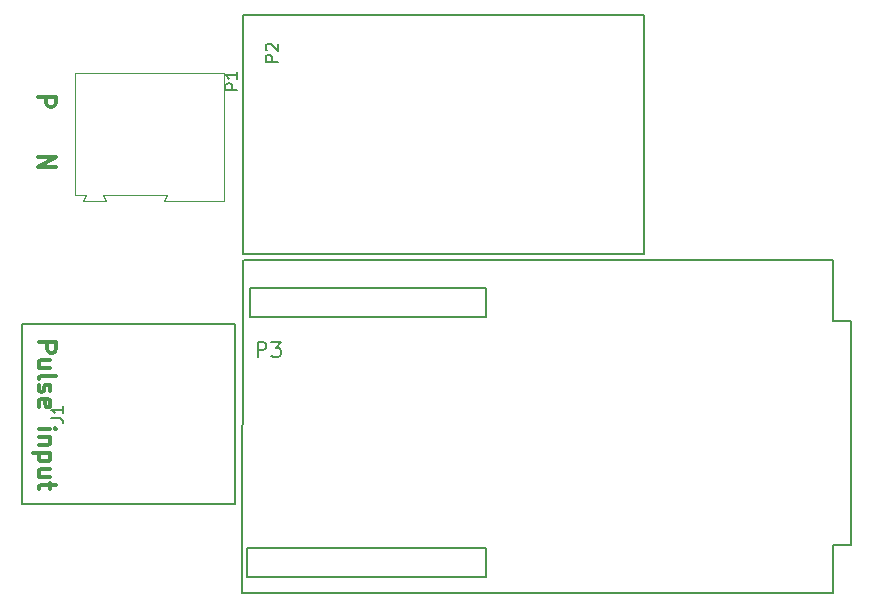
<source format=gbr>
G04 #@! TF.GenerationSoftware,KiCad,Pcbnew,no-vcs-found-7664~57~ubuntu16.10.1*
G04 #@! TF.CreationDate,2017-02-19T11:00:57+01:00*
G04 #@! TF.ProjectId,pulseboard,70756C7365626F6172642E6B69636164,rev?*
G04 #@! TF.FileFunction,Legend,Top*
G04 #@! TF.FilePolarity,Positive*
%FSLAX46Y46*%
G04 Gerber Fmt 4.6, Leading zero omitted, Abs format (unit mm)*
G04 Created by KiCad (PCBNEW no-vcs-found-7664~57~ubuntu16.10.1) date Sun Feb 19 11:00:57 2017*
%MOMM*%
%LPD*%
G01*
G04 APERTURE LIST*
%ADD10C,0.100000*%
%ADD11C,0.300000*%
%ADD12C,0.120000*%
%ADD13C,0.150000*%
%ADD14C,0.203200*%
G04 APERTURE END LIST*
D10*
D11*
X99158668Y-72504988D02*
X100658668Y-72504988D01*
X99158668Y-73362131D01*
X100658668Y-73362131D01*
X99158668Y-67379422D02*
X100658668Y-67379422D01*
X100658668Y-67950851D01*
X100587240Y-68093708D01*
X100515811Y-68165137D01*
X100372954Y-68236565D01*
X100158668Y-68236565D01*
X100015811Y-68165137D01*
X99944382Y-68093708D01*
X99872954Y-67950851D01*
X99872954Y-67379422D01*
X99219628Y-88187817D02*
X100719628Y-88187817D01*
X100719628Y-88759245D01*
X100648200Y-88902102D01*
X100576771Y-88973531D01*
X100433914Y-89044960D01*
X100219628Y-89044960D01*
X100076771Y-88973531D01*
X100005342Y-88902102D01*
X99933914Y-88759245D01*
X99933914Y-88187817D01*
X100219628Y-90330674D02*
X99219628Y-90330674D01*
X100219628Y-89687817D02*
X99433914Y-89687817D01*
X99291057Y-89759245D01*
X99219628Y-89902102D01*
X99219628Y-90116388D01*
X99291057Y-90259245D01*
X99362485Y-90330674D01*
X99219628Y-91259245D02*
X99291057Y-91116388D01*
X99433914Y-91044960D01*
X100719628Y-91044960D01*
X99291057Y-91759245D02*
X99219628Y-91902102D01*
X99219628Y-92187817D01*
X99291057Y-92330674D01*
X99433914Y-92402102D01*
X99505342Y-92402102D01*
X99648200Y-92330674D01*
X99719628Y-92187817D01*
X99719628Y-91973531D01*
X99791057Y-91830674D01*
X99933914Y-91759245D01*
X100005342Y-91759245D01*
X100148200Y-91830674D01*
X100219628Y-91973531D01*
X100219628Y-92187817D01*
X100148200Y-92330674D01*
X99291057Y-93616388D02*
X99219628Y-93473531D01*
X99219628Y-93187817D01*
X99291057Y-93044960D01*
X99433914Y-92973531D01*
X100005342Y-92973531D01*
X100148200Y-93044960D01*
X100219628Y-93187817D01*
X100219628Y-93473531D01*
X100148200Y-93616388D01*
X100005342Y-93687817D01*
X99862485Y-93687817D01*
X99719628Y-92973531D01*
X99219628Y-95473531D02*
X100219628Y-95473531D01*
X100719628Y-95473531D02*
X100648200Y-95402102D01*
X100576771Y-95473531D01*
X100648200Y-95544960D01*
X100719628Y-95473531D01*
X100576771Y-95473531D01*
X100219628Y-96187817D02*
X99219628Y-96187817D01*
X100076771Y-96187817D02*
X100148200Y-96259245D01*
X100219628Y-96402102D01*
X100219628Y-96616388D01*
X100148200Y-96759245D01*
X100005342Y-96830674D01*
X99219628Y-96830674D01*
X100219628Y-97544960D02*
X98719628Y-97544960D01*
X100148200Y-97544960D02*
X100219628Y-97687817D01*
X100219628Y-97973531D01*
X100148200Y-98116388D01*
X100076771Y-98187817D01*
X99933914Y-98259245D01*
X99505342Y-98259245D01*
X99362485Y-98187817D01*
X99291057Y-98116388D01*
X99219628Y-97973531D01*
X99219628Y-97687817D01*
X99291057Y-97544960D01*
X100219628Y-99544960D02*
X99219628Y-99544960D01*
X100219628Y-98902102D02*
X99433914Y-98902102D01*
X99291057Y-98973531D01*
X99219628Y-99116388D01*
X99219628Y-99330674D01*
X99291057Y-99473531D01*
X99362485Y-99544960D01*
X100219628Y-100044960D02*
X100219628Y-100616388D01*
X100719628Y-100259245D02*
X99433914Y-100259245D01*
X99291057Y-100330674D01*
X99219628Y-100473531D01*
X99219628Y-100616388D01*
D12*
X114900240Y-76190720D02*
X114900240Y-65340720D01*
X109800240Y-76190720D02*
X114900240Y-76190720D01*
X110100240Y-75690720D02*
X109800240Y-76190720D01*
X104700240Y-75690720D02*
X110100240Y-75690720D01*
X104950240Y-76190720D02*
X104700240Y-75690720D01*
X104900240Y-76190720D02*
X104950240Y-76190720D01*
X103000240Y-76190720D02*
X104900240Y-76190720D01*
X103250240Y-75690720D02*
X103000240Y-76190720D01*
X102300240Y-75690720D02*
X103250240Y-75690720D01*
X102300240Y-65340720D02*
X102300240Y-75690720D01*
X114900240Y-65340720D02*
X102300240Y-65340720D01*
D13*
X116509800Y-60457080D02*
X116509800Y-80657080D01*
X150509800Y-80657080D02*
X116509800Y-80657080D01*
X150509800Y-60457080D02*
X150509800Y-80657080D01*
X116509800Y-60457080D02*
X150509800Y-60457080D01*
X117099720Y-83603720D02*
X137099720Y-83603720D01*
X137099720Y-86003720D02*
X117099720Y-86003720D01*
X116899720Y-108003720D02*
X137099720Y-108003720D01*
X137099720Y-105603720D02*
X116899720Y-105603720D01*
X117099720Y-86003720D02*
X117099720Y-83803720D01*
X117099720Y-83803720D02*
X117099720Y-83603720D01*
X137099720Y-83603720D02*
X137099720Y-86003720D01*
X137099720Y-105603720D02*
X137099720Y-108003720D01*
X116899720Y-108003720D02*
X116899720Y-105603720D01*
X116504720Y-81198720D02*
X116479320Y-109367320D01*
X116479320Y-109367320D02*
X166466520Y-109367320D01*
X166466520Y-109367320D02*
X166466520Y-105328720D01*
X166466520Y-105328720D02*
X168015920Y-105328720D01*
X168015920Y-105328720D02*
X168015920Y-86405720D01*
X168015920Y-86405720D02*
X166517320Y-86405720D01*
X166517320Y-86405720D02*
X166517320Y-81224120D01*
X166517320Y-81224120D02*
X116580920Y-81224120D01*
X116580920Y-81224120D02*
X116530120Y-81274920D01*
X115824000Y-86639400D02*
X97790000Y-86639400D01*
X115824000Y-101879400D02*
X115824000Y-86639400D01*
X97790000Y-101879400D02*
X115824000Y-101879400D01*
X97790000Y-86639400D02*
X97790000Y-101879400D01*
X116042620Y-66808815D02*
X115042620Y-66808815D01*
X115042620Y-66427862D01*
X115090240Y-66332624D01*
X115137859Y-66285005D01*
X115233097Y-66237386D01*
X115375954Y-66237386D01*
X115471192Y-66285005D01*
X115518811Y-66332624D01*
X115566430Y-66427862D01*
X115566430Y-66808815D01*
X116042620Y-65285005D02*
X116042620Y-65856434D01*
X116042620Y-65570720D02*
X115042620Y-65570720D01*
X115185478Y-65665958D01*
X115280716Y-65761196D01*
X115328335Y-65856434D01*
X119462180Y-64405175D02*
X118462180Y-64405175D01*
X118462180Y-64024222D01*
X118509800Y-63928984D01*
X118557419Y-63881365D01*
X118652657Y-63833746D01*
X118795514Y-63833746D01*
X118890752Y-63881365D01*
X118938371Y-63928984D01*
X118985990Y-64024222D01*
X118985990Y-64405175D01*
X118557419Y-63452794D02*
X118509800Y-63405175D01*
X118462180Y-63309937D01*
X118462180Y-63071841D01*
X118509800Y-62976603D01*
X118557419Y-62928984D01*
X118652657Y-62881365D01*
X118747895Y-62881365D01*
X118890752Y-62928984D01*
X119462180Y-63500413D01*
X119462180Y-62881365D01*
D14*
X117777339Y-89418243D02*
X117777339Y-88148243D01*
X118261148Y-88148243D01*
X118382100Y-88208720D01*
X118442577Y-88269196D01*
X118503053Y-88390148D01*
X118503053Y-88571577D01*
X118442577Y-88692529D01*
X118382100Y-88753005D01*
X118261148Y-88813481D01*
X117777339Y-88813481D01*
X118926386Y-88148243D02*
X119712577Y-88148243D01*
X119289243Y-88632053D01*
X119470672Y-88632053D01*
X119591624Y-88692529D01*
X119652100Y-88753005D01*
X119712577Y-88873958D01*
X119712577Y-89176339D01*
X119652100Y-89297291D01*
X119591624Y-89357767D01*
X119470672Y-89418243D01*
X119107815Y-89418243D01*
X118986862Y-89357767D01*
X118926386Y-89297291D01*
D13*
X100290380Y-94592733D02*
X101004666Y-94592733D01*
X101147523Y-94640352D01*
X101242761Y-94735590D01*
X101290380Y-94878447D01*
X101290380Y-94973685D01*
X101290380Y-93592733D02*
X101290380Y-94164161D01*
X101290380Y-93878447D02*
X100290380Y-93878447D01*
X100433238Y-93973685D01*
X100528476Y-94068923D01*
X100576095Y-94164161D01*
M02*

</source>
